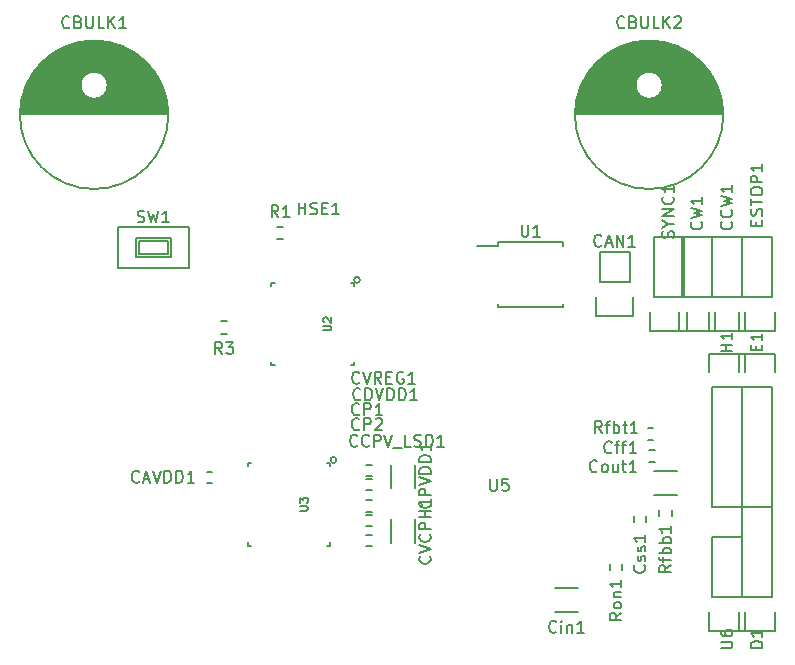
<source format=gbr>
G04 #@! TF.FileFunction,Legend,Top*
%FSLAX46Y46*%
G04 Gerber Fmt 4.6, Leading zero omitted, Abs format (unit mm)*
G04 Created by KiCad (PCBNEW 4.0.1-2.fc23-product) date Fri 08 Jan 2016 07:43:49 PM MST*
%MOMM*%
G01*
G04 APERTURE LIST*
%ADD10C,0.100000*%
%ADD11C,0.150000*%
%ADD12C,0.155000*%
%ADD13C,0.127000*%
G04 APERTURE END LIST*
D10*
D11*
X167353000Y-108200000D02*
X167353000Y-107700000D01*
X166403000Y-107700000D02*
X166403000Y-108200000D01*
X143660000Y-105505000D02*
X144160000Y-105505000D01*
X144160000Y-104555000D02*
X143660000Y-104555000D01*
X130175000Y-104865000D02*
X130675000Y-104865000D01*
X130675000Y-103915000D02*
X130175000Y-103915000D01*
X175510000Y-89150000D02*
X175510000Y-84070000D01*
X175510000Y-84070000D02*
X172970000Y-84070000D01*
X172970000Y-84070000D02*
X172970000Y-89150000D01*
X172690000Y-91970000D02*
X172690000Y-90420000D01*
X172970000Y-89150000D02*
X175510000Y-89150000D01*
X175790000Y-90420000D02*
X175790000Y-91970000D01*
X175790000Y-91970000D02*
X172690000Y-91970000D01*
X144160000Y-106355000D02*
X143660000Y-106355000D01*
X143660000Y-107305000D02*
X144160000Y-107305000D01*
X144160000Y-107555000D02*
X143660000Y-107555000D01*
X143660000Y-108505000D02*
X144160000Y-108505000D01*
X145785000Y-103330000D02*
X145785000Y-105330000D01*
X147835000Y-105330000D02*
X147835000Y-103330000D01*
X145785000Y-107930000D02*
X145785000Y-109930000D01*
X147835000Y-109930000D02*
X147835000Y-107930000D01*
X144160000Y-103355000D02*
X143660000Y-103355000D01*
X143660000Y-104305000D02*
X144160000Y-104305000D01*
X172970000Y-89150000D02*
X172970000Y-84070000D01*
X172970000Y-84070000D02*
X170430000Y-84070000D01*
X170430000Y-84070000D02*
X170430000Y-89150000D01*
X170150000Y-91970000D02*
X170150000Y-90420000D01*
X170430000Y-89150000D02*
X172970000Y-89150000D01*
X173250000Y-90420000D02*
X173250000Y-91970000D01*
X173250000Y-91970000D02*
X170150000Y-91970000D01*
X178050000Y-114550000D02*
X178050000Y-106930000D01*
X175510000Y-114550000D02*
X175510000Y-106930000D01*
X175230000Y-117370000D02*
X175230000Y-115820000D01*
X178050000Y-106930000D02*
X175510000Y-106930000D01*
X175510000Y-114550000D02*
X178050000Y-114550000D01*
X178330000Y-115820000D02*
X178330000Y-117370000D01*
X178330000Y-117370000D02*
X175230000Y-117370000D01*
X178050000Y-89150000D02*
X178050000Y-84070000D01*
X178050000Y-84070000D02*
X175510000Y-84070000D01*
X175510000Y-84070000D02*
X175510000Y-89150000D01*
X175230000Y-91970000D02*
X175230000Y-90420000D01*
X175510000Y-89150000D02*
X178050000Y-89150000D01*
X178330000Y-90420000D02*
X178330000Y-91970000D01*
X178330000Y-91970000D02*
X175230000Y-91970000D01*
X172690000Y-95500000D02*
X172690000Y-93950000D01*
X172690000Y-93950000D02*
X175790000Y-93950000D01*
X175790000Y-93950000D02*
X175790000Y-95500000D01*
X175510000Y-96770000D02*
X175510000Y-106930000D01*
X175510000Y-106930000D02*
X172970000Y-106930000D01*
X172970000Y-106930000D02*
X172970000Y-96770000D01*
X175510000Y-96770000D02*
X172970000Y-96770000D01*
X131410000Y-92235000D02*
X131910000Y-92235000D01*
X131910000Y-91185000D02*
X131410000Y-91185000D01*
X154853000Y-84490000D02*
X154853000Y-84790000D01*
X160353000Y-84490000D02*
X160353000Y-84790000D01*
X160353000Y-90000000D02*
X160353000Y-89700000D01*
X154853000Y-90000000D02*
X154853000Y-89700000D01*
X154853000Y-84490000D02*
X160353000Y-84490000D01*
X154853000Y-90000000D02*
X160353000Y-90000000D01*
X154853000Y-84790000D02*
X153103000Y-84790000D01*
D12*
X143160000Y-87680000D02*
G75*
G03X143160000Y-87680000I-250000J0D01*
G01*
X142660000Y-87930000D02*
X142370000Y-87930000D01*
X142660000Y-87930000D02*
X142660000Y-88220000D01*
X135660000Y-87930000D02*
X135950000Y-87930000D01*
X135660000Y-87930000D02*
X135660000Y-88220000D01*
X142660000Y-94930000D02*
X142660000Y-94640000D01*
X142660000Y-94930000D02*
X142370000Y-94930000D01*
X135660000Y-94930000D02*
X135660000Y-94640000D01*
X135660000Y-94930000D02*
X135950000Y-94930000D01*
X141160000Y-102930000D02*
G75*
G03X141160000Y-102930000I-250000J0D01*
G01*
X140660000Y-103180000D02*
X140370000Y-103180000D01*
X140660000Y-103180000D02*
X140660000Y-103470000D01*
X133660000Y-103180000D02*
X133950000Y-103180000D01*
X133660000Y-103180000D02*
X133660000Y-103470000D01*
X140660000Y-110180000D02*
X140660000Y-109890000D01*
X140660000Y-110180000D02*
X140370000Y-110180000D01*
X133660000Y-110180000D02*
X133660000Y-109890000D01*
X133660000Y-110180000D02*
X133950000Y-110180000D01*
D11*
X163445000Y-87880000D02*
X163445000Y-85340000D01*
X163165000Y-90700000D02*
X163165000Y-89150000D01*
X163445000Y-87880000D02*
X165985000Y-87880000D01*
X166265000Y-89150000D02*
X166265000Y-90700000D01*
X166265000Y-90700000D02*
X163165000Y-90700000D01*
X165985000Y-87880000D02*
X165985000Y-85340000D01*
X165985000Y-85340000D02*
X163445000Y-85340000D01*
X114400000Y-73625000D02*
X126900000Y-73625000D01*
X114404000Y-73485000D02*
X126896000Y-73485000D01*
X114410000Y-73345000D02*
X126890000Y-73345000D01*
X114420000Y-73205000D02*
X126880000Y-73205000D01*
X114432000Y-73065000D02*
X126868000Y-73065000D01*
X114448000Y-72925000D02*
X126852000Y-72925000D01*
X114467000Y-72785000D02*
X126833000Y-72785000D01*
X114490000Y-72645000D02*
X126810000Y-72645000D01*
X114515000Y-72505000D02*
X126785000Y-72505000D01*
X114544000Y-72365000D02*
X126756000Y-72365000D01*
X114577000Y-72225000D02*
X120129000Y-72225000D01*
X121171000Y-72225000D02*
X126723000Y-72225000D01*
X114612000Y-72085000D02*
X119916000Y-72085000D01*
X121384000Y-72085000D02*
X126688000Y-72085000D01*
X114651000Y-71945000D02*
X119774000Y-71945000D01*
X121526000Y-71945000D02*
X126649000Y-71945000D01*
X114694000Y-71805000D02*
X119672000Y-71805000D01*
X121628000Y-71805000D02*
X126606000Y-71805000D01*
X114741000Y-71665000D02*
X119598000Y-71665000D01*
X121702000Y-71665000D02*
X126559000Y-71665000D01*
X114791000Y-71525000D02*
X119547000Y-71525000D01*
X121753000Y-71525000D02*
X126509000Y-71525000D01*
X114845000Y-71385000D02*
X119515000Y-71385000D01*
X121785000Y-71385000D02*
X126455000Y-71385000D01*
X114902000Y-71245000D02*
X119501000Y-71245000D01*
X121799000Y-71245000D02*
X126398000Y-71245000D01*
X114964000Y-71105000D02*
X119504000Y-71105000D01*
X121796000Y-71105000D02*
X126336000Y-71105000D01*
X115030000Y-70965000D02*
X119524000Y-70965000D01*
X121776000Y-70965000D02*
X126270000Y-70965000D01*
X115101000Y-70825000D02*
X119563000Y-70825000D01*
X121737000Y-70825000D02*
X126199000Y-70825000D01*
X115175000Y-70685000D02*
X119622000Y-70685000D01*
X121678000Y-70685000D02*
X126125000Y-70685000D01*
X115255000Y-70545000D02*
X119705000Y-70545000D01*
X121595000Y-70545000D02*
X126045000Y-70545000D01*
X115339000Y-70405000D02*
X119819000Y-70405000D01*
X121481000Y-70405000D02*
X125961000Y-70405000D01*
X115429000Y-70265000D02*
X119980000Y-70265000D01*
X121320000Y-70265000D02*
X125871000Y-70265000D01*
X115523000Y-70125000D02*
X120241000Y-70125000D01*
X121059000Y-70125000D02*
X125777000Y-70125000D01*
X115624000Y-69985000D02*
X125676000Y-69985000D01*
X115731000Y-69845000D02*
X125569000Y-69845000D01*
X115843000Y-69705000D02*
X125457000Y-69705000D01*
X115963000Y-69565000D02*
X125337000Y-69565000D01*
X116091000Y-69425000D02*
X125209000Y-69425000D01*
X116226000Y-69285000D02*
X125074000Y-69285000D01*
X116370000Y-69145000D02*
X124930000Y-69145000D01*
X116525000Y-69005000D02*
X124775000Y-69005000D01*
X116690000Y-68865000D02*
X124610000Y-68865000D01*
X116867000Y-68725000D02*
X124433000Y-68725000D01*
X117058000Y-68585000D02*
X124242000Y-68585000D01*
X117267000Y-68445000D02*
X124033000Y-68445000D01*
X117495000Y-68305000D02*
X123805000Y-68305000D01*
X117747000Y-68165000D02*
X123553000Y-68165000D01*
X118031000Y-68025000D02*
X123269000Y-68025000D01*
X118359000Y-67885000D02*
X122941000Y-67885000D01*
X118753000Y-67745000D02*
X122547000Y-67745000D01*
X119267000Y-67605000D02*
X122033000Y-67605000D01*
X120217000Y-67465000D02*
X121083000Y-67465000D01*
X121800000Y-71200000D02*
G75*
G03X121800000Y-71200000I-1150000J0D01*
G01*
X126937500Y-73700000D02*
G75*
G03X126937500Y-73700000I-6287500J0D01*
G01*
X161390000Y-73625000D02*
X173890000Y-73625000D01*
X161394000Y-73485000D02*
X173886000Y-73485000D01*
X161400000Y-73345000D02*
X173880000Y-73345000D01*
X161410000Y-73205000D02*
X173870000Y-73205000D01*
X161422000Y-73065000D02*
X173858000Y-73065000D01*
X161438000Y-72925000D02*
X173842000Y-72925000D01*
X161457000Y-72785000D02*
X173823000Y-72785000D01*
X161480000Y-72645000D02*
X173800000Y-72645000D01*
X161505000Y-72505000D02*
X173775000Y-72505000D01*
X161534000Y-72365000D02*
X173746000Y-72365000D01*
X161567000Y-72225000D02*
X167119000Y-72225000D01*
X168161000Y-72225000D02*
X173713000Y-72225000D01*
X161602000Y-72085000D02*
X166906000Y-72085000D01*
X168374000Y-72085000D02*
X173678000Y-72085000D01*
X161641000Y-71945000D02*
X166764000Y-71945000D01*
X168516000Y-71945000D02*
X173639000Y-71945000D01*
X161684000Y-71805000D02*
X166662000Y-71805000D01*
X168618000Y-71805000D02*
X173596000Y-71805000D01*
X161731000Y-71665000D02*
X166588000Y-71665000D01*
X168692000Y-71665000D02*
X173549000Y-71665000D01*
X161781000Y-71525000D02*
X166537000Y-71525000D01*
X168743000Y-71525000D02*
X173499000Y-71525000D01*
X161835000Y-71385000D02*
X166505000Y-71385000D01*
X168775000Y-71385000D02*
X173445000Y-71385000D01*
X161892000Y-71245000D02*
X166491000Y-71245000D01*
X168789000Y-71245000D02*
X173388000Y-71245000D01*
X161954000Y-71105000D02*
X166494000Y-71105000D01*
X168786000Y-71105000D02*
X173326000Y-71105000D01*
X162020000Y-70965000D02*
X166514000Y-70965000D01*
X168766000Y-70965000D02*
X173260000Y-70965000D01*
X162091000Y-70825000D02*
X166553000Y-70825000D01*
X168727000Y-70825000D02*
X173189000Y-70825000D01*
X162165000Y-70685000D02*
X166612000Y-70685000D01*
X168668000Y-70685000D02*
X173115000Y-70685000D01*
X162245000Y-70545000D02*
X166695000Y-70545000D01*
X168585000Y-70545000D02*
X173035000Y-70545000D01*
X162329000Y-70405000D02*
X166809000Y-70405000D01*
X168471000Y-70405000D02*
X172951000Y-70405000D01*
X162419000Y-70265000D02*
X166970000Y-70265000D01*
X168310000Y-70265000D02*
X172861000Y-70265000D01*
X162513000Y-70125000D02*
X167231000Y-70125000D01*
X168049000Y-70125000D02*
X172767000Y-70125000D01*
X162614000Y-69985000D02*
X172666000Y-69985000D01*
X162721000Y-69845000D02*
X172559000Y-69845000D01*
X162833000Y-69705000D02*
X172447000Y-69705000D01*
X162953000Y-69565000D02*
X172327000Y-69565000D01*
X163081000Y-69425000D02*
X172199000Y-69425000D01*
X163216000Y-69285000D02*
X172064000Y-69285000D01*
X163360000Y-69145000D02*
X171920000Y-69145000D01*
X163515000Y-69005000D02*
X171765000Y-69005000D01*
X163680000Y-68865000D02*
X171600000Y-68865000D01*
X163857000Y-68725000D02*
X171423000Y-68725000D01*
X164048000Y-68585000D02*
X171232000Y-68585000D01*
X164257000Y-68445000D02*
X171023000Y-68445000D01*
X164485000Y-68305000D02*
X170795000Y-68305000D01*
X164737000Y-68165000D02*
X170543000Y-68165000D01*
X165021000Y-68025000D02*
X170259000Y-68025000D01*
X165349000Y-67885000D02*
X169931000Y-67885000D01*
X165743000Y-67745000D02*
X169537000Y-67745000D01*
X166257000Y-67605000D02*
X169023000Y-67605000D01*
X167207000Y-67465000D02*
X168073000Y-67465000D01*
X168790000Y-71200000D02*
G75*
G03X168790000Y-71200000I-1150000J0D01*
G01*
X173927500Y-73700000D02*
G75*
G03X173927500Y-73700000I-6287500J0D01*
G01*
X143660000Y-110205000D02*
X144160000Y-110205000D01*
X144160000Y-109255000D02*
X143660000Y-109255000D01*
X136660000Y-83185000D02*
X136160000Y-83185000D01*
X136160000Y-84235000D02*
X136660000Y-84235000D01*
X124420110Y-84409780D02*
X126920110Y-84409780D01*
X126920110Y-84409780D02*
X126920110Y-85509780D01*
X126920110Y-85509780D02*
X124420110Y-85509780D01*
X124420110Y-85509780D02*
X124420110Y-84409780D01*
X124170110Y-85759780D02*
X127170110Y-85759780D01*
X124170110Y-84159780D02*
X127170110Y-84159780D01*
X127170110Y-84159780D02*
X127170110Y-85759780D01*
X124170110Y-84159780D02*
X124170110Y-85759780D01*
X122670110Y-86709780D02*
X128670110Y-86709780D01*
X122670110Y-83209780D02*
X128670110Y-83209780D01*
X122670110Y-83209780D02*
X122670110Y-86709780D01*
X128670110Y-83209780D02*
X128670110Y-86709780D01*
X175510000Y-114550000D02*
X175510000Y-109470000D01*
X175510000Y-109470000D02*
X172970000Y-109470000D01*
X172970000Y-109470000D02*
X172970000Y-114550000D01*
X172690000Y-117370000D02*
X172690000Y-115820000D01*
X172970000Y-114550000D02*
X175510000Y-114550000D01*
X175790000Y-115820000D02*
X175790000Y-117370000D01*
X175790000Y-117370000D02*
X172690000Y-117370000D01*
X159651000Y-115829000D02*
X161651000Y-115829000D01*
X161651000Y-113779000D02*
X159651000Y-113779000D01*
X170033000Y-103873000D02*
X168033000Y-103873000D01*
X168033000Y-105923000D02*
X170033000Y-105923000D01*
X169558000Y-107688000D02*
X169558000Y-107188000D01*
X168508000Y-107188000D02*
X168508000Y-107688000D01*
X168013000Y-100182000D02*
X167513000Y-100182000D01*
X167513000Y-101232000D02*
X168013000Y-101232000D01*
X164317000Y-111760000D02*
X164317000Y-112260000D01*
X165367000Y-112260000D02*
X165367000Y-111760000D01*
X170561000Y-89154000D02*
X170561000Y-84074000D01*
X170561000Y-84074000D02*
X168021000Y-84074000D01*
X168021000Y-84074000D02*
X168021000Y-89154000D01*
X167741000Y-91974000D02*
X167741000Y-90424000D01*
X168021000Y-89154000D02*
X170561000Y-89154000D01*
X170841000Y-90424000D02*
X170841000Y-91974000D01*
X170841000Y-91974000D02*
X167741000Y-91974000D01*
X168169400Y-102115600D02*
X167669400Y-102115600D01*
X167669400Y-103065600D02*
X168169400Y-103065600D01*
X175234000Y-95504000D02*
X175234000Y-93954000D01*
X175234000Y-93954000D02*
X178334000Y-93954000D01*
X178334000Y-93954000D02*
X178334000Y-95504000D01*
X178054000Y-96774000D02*
X178054000Y-106934000D01*
X178054000Y-106934000D02*
X175514000Y-106934000D01*
X175514000Y-106934000D02*
X175514000Y-96774000D01*
X178054000Y-96774000D02*
X175514000Y-96774000D01*
X167235143Y-111847190D02*
X167282762Y-111894809D01*
X167330381Y-112037666D01*
X167330381Y-112132904D01*
X167282762Y-112275762D01*
X167187524Y-112371000D01*
X167092286Y-112418619D01*
X166901810Y-112466238D01*
X166758952Y-112466238D01*
X166568476Y-112418619D01*
X166473238Y-112371000D01*
X166378000Y-112275762D01*
X166330381Y-112132904D01*
X166330381Y-112037666D01*
X166378000Y-111894809D01*
X166425619Y-111847190D01*
X167282762Y-111466238D02*
X167330381Y-111371000D01*
X167330381Y-111180524D01*
X167282762Y-111085285D01*
X167187524Y-111037666D01*
X167139905Y-111037666D01*
X167044667Y-111085285D01*
X166997048Y-111180524D01*
X166997048Y-111323381D01*
X166949429Y-111418619D01*
X166854190Y-111466238D01*
X166806571Y-111466238D01*
X166711333Y-111418619D01*
X166663714Y-111323381D01*
X166663714Y-111180524D01*
X166711333Y-111085285D01*
X167282762Y-110656714D02*
X167330381Y-110561476D01*
X167330381Y-110371000D01*
X167282762Y-110275761D01*
X167187524Y-110228142D01*
X167139905Y-110228142D01*
X167044667Y-110275761D01*
X166997048Y-110371000D01*
X166997048Y-110513857D01*
X166949429Y-110609095D01*
X166854190Y-110656714D01*
X166806571Y-110656714D01*
X166711333Y-110609095D01*
X166663714Y-110513857D01*
X166663714Y-110371000D01*
X166711333Y-110275761D01*
X167330381Y-109275761D02*
X167330381Y-109847190D01*
X167330381Y-109561476D02*
X166330381Y-109561476D01*
X166473238Y-109656714D01*
X166568476Y-109751952D01*
X166616095Y-109847190D01*
X143192762Y-97766143D02*
X143145143Y-97813762D01*
X143002286Y-97861381D01*
X142907048Y-97861381D01*
X142764190Y-97813762D01*
X142668952Y-97718524D01*
X142621333Y-97623286D01*
X142573714Y-97432810D01*
X142573714Y-97289952D01*
X142621333Y-97099476D01*
X142668952Y-97004238D01*
X142764190Y-96909000D01*
X142907048Y-96861381D01*
X143002286Y-96861381D01*
X143145143Y-96909000D01*
X143192762Y-96956619D01*
X143621333Y-97861381D02*
X143621333Y-96861381D01*
X143859428Y-96861381D01*
X144002286Y-96909000D01*
X144097524Y-97004238D01*
X144145143Y-97099476D01*
X144192762Y-97289952D01*
X144192762Y-97432810D01*
X144145143Y-97623286D01*
X144097524Y-97718524D01*
X144002286Y-97813762D01*
X143859428Y-97861381D01*
X143621333Y-97861381D01*
X144478476Y-96861381D02*
X144811809Y-97861381D01*
X145145143Y-96861381D01*
X145478476Y-97861381D02*
X145478476Y-96861381D01*
X145716571Y-96861381D01*
X145859429Y-96909000D01*
X145954667Y-97004238D01*
X146002286Y-97099476D01*
X146049905Y-97289952D01*
X146049905Y-97432810D01*
X146002286Y-97623286D01*
X145954667Y-97718524D01*
X145859429Y-97813762D01*
X145716571Y-97861381D01*
X145478476Y-97861381D01*
X146478476Y-97861381D02*
X146478476Y-96861381D01*
X146716571Y-96861381D01*
X146859429Y-96909000D01*
X146954667Y-97004238D01*
X147002286Y-97099476D01*
X147049905Y-97289952D01*
X147049905Y-97432810D01*
X147002286Y-97623286D01*
X146954667Y-97718524D01*
X146859429Y-97813762D01*
X146716571Y-97861381D01*
X146478476Y-97861381D01*
X148002286Y-97861381D02*
X147430857Y-97861381D01*
X147716571Y-97861381D02*
X147716571Y-96861381D01*
X147621333Y-97004238D01*
X147526095Y-97099476D01*
X147430857Y-97147095D01*
X124468191Y-104751143D02*
X124420572Y-104798762D01*
X124277715Y-104846381D01*
X124182477Y-104846381D01*
X124039619Y-104798762D01*
X123944381Y-104703524D01*
X123896762Y-104608286D01*
X123849143Y-104417810D01*
X123849143Y-104274952D01*
X123896762Y-104084476D01*
X123944381Y-103989238D01*
X124039619Y-103894000D01*
X124182477Y-103846381D01*
X124277715Y-103846381D01*
X124420572Y-103894000D01*
X124468191Y-103941619D01*
X124849143Y-104560667D02*
X125325334Y-104560667D01*
X124753905Y-104846381D02*
X125087238Y-103846381D01*
X125420572Y-104846381D01*
X125611048Y-103846381D02*
X125944381Y-104846381D01*
X126277715Y-103846381D01*
X126611048Y-104846381D02*
X126611048Y-103846381D01*
X126849143Y-103846381D01*
X126992001Y-103894000D01*
X127087239Y-103989238D01*
X127134858Y-104084476D01*
X127182477Y-104274952D01*
X127182477Y-104417810D01*
X127134858Y-104608286D01*
X127087239Y-104703524D01*
X126992001Y-104798762D01*
X126849143Y-104846381D01*
X126611048Y-104846381D01*
X127611048Y-104846381D02*
X127611048Y-103846381D01*
X127849143Y-103846381D01*
X127992001Y-103894000D01*
X128087239Y-103989238D01*
X128134858Y-104084476D01*
X128182477Y-104274952D01*
X128182477Y-104417810D01*
X128134858Y-104608286D01*
X128087239Y-104703524D01*
X127992001Y-104798762D01*
X127849143Y-104846381D01*
X127611048Y-104846381D01*
X129134858Y-104846381D02*
X128563429Y-104846381D01*
X128849143Y-104846381D02*
X128849143Y-103846381D01*
X128753905Y-103989238D01*
X128658667Y-104084476D01*
X128563429Y-104132095D01*
X174601143Y-82772095D02*
X174648762Y-82819714D01*
X174696381Y-82962571D01*
X174696381Y-83057809D01*
X174648762Y-83200667D01*
X174553524Y-83295905D01*
X174458286Y-83343524D01*
X174267810Y-83391143D01*
X174124952Y-83391143D01*
X173934476Y-83343524D01*
X173839238Y-83295905D01*
X173744000Y-83200667D01*
X173696381Y-83057809D01*
X173696381Y-82962571D01*
X173744000Y-82819714D01*
X173791619Y-82772095D01*
X174601143Y-81772095D02*
X174648762Y-81819714D01*
X174696381Y-81962571D01*
X174696381Y-82057809D01*
X174648762Y-82200667D01*
X174553524Y-82295905D01*
X174458286Y-82343524D01*
X174267810Y-82391143D01*
X174124952Y-82391143D01*
X173934476Y-82343524D01*
X173839238Y-82295905D01*
X173744000Y-82200667D01*
X173696381Y-82057809D01*
X173696381Y-81962571D01*
X173744000Y-81819714D01*
X173791619Y-81772095D01*
X173696381Y-81438762D02*
X174696381Y-81200667D01*
X173982095Y-81010190D01*
X174696381Y-80819714D01*
X173696381Y-80581619D01*
X174696381Y-79676857D02*
X174696381Y-80248286D01*
X174696381Y-79962572D02*
X173696381Y-79962572D01*
X173839238Y-80057810D01*
X173934476Y-80153048D01*
X173982095Y-80248286D01*
X143097334Y-99036143D02*
X143049715Y-99083762D01*
X142906858Y-99131381D01*
X142811620Y-99131381D01*
X142668762Y-99083762D01*
X142573524Y-98988524D01*
X142525905Y-98893286D01*
X142478286Y-98702810D01*
X142478286Y-98559952D01*
X142525905Y-98369476D01*
X142573524Y-98274238D01*
X142668762Y-98179000D01*
X142811620Y-98131381D01*
X142906858Y-98131381D01*
X143049715Y-98179000D01*
X143097334Y-98226619D01*
X143525905Y-99131381D02*
X143525905Y-98131381D01*
X143906858Y-98131381D01*
X144002096Y-98179000D01*
X144049715Y-98226619D01*
X144097334Y-98321857D01*
X144097334Y-98464714D01*
X144049715Y-98559952D01*
X144002096Y-98607571D01*
X143906858Y-98655190D01*
X143525905Y-98655190D01*
X145049715Y-99131381D02*
X144478286Y-99131381D01*
X144764000Y-99131381D02*
X144764000Y-98131381D01*
X144668762Y-98274238D01*
X144573524Y-98369476D01*
X144478286Y-98417095D01*
X143097334Y-100306143D02*
X143049715Y-100353762D01*
X142906858Y-100401381D01*
X142811620Y-100401381D01*
X142668762Y-100353762D01*
X142573524Y-100258524D01*
X142525905Y-100163286D01*
X142478286Y-99972810D01*
X142478286Y-99829952D01*
X142525905Y-99639476D01*
X142573524Y-99544238D01*
X142668762Y-99449000D01*
X142811620Y-99401381D01*
X142906858Y-99401381D01*
X143049715Y-99449000D01*
X143097334Y-99496619D01*
X143525905Y-100401381D02*
X143525905Y-99401381D01*
X143906858Y-99401381D01*
X144002096Y-99449000D01*
X144049715Y-99496619D01*
X144097334Y-99591857D01*
X144097334Y-99734714D01*
X144049715Y-99829952D01*
X144002096Y-99877571D01*
X143906858Y-99925190D01*
X143525905Y-99925190D01*
X144478286Y-99496619D02*
X144525905Y-99449000D01*
X144621143Y-99401381D01*
X144859239Y-99401381D01*
X144954477Y-99449000D01*
X145002096Y-99496619D01*
X145049715Y-99591857D01*
X145049715Y-99687095D01*
X145002096Y-99829952D01*
X144430667Y-100401381D01*
X145049715Y-100401381D01*
X149074143Y-106362238D02*
X149121762Y-106409857D01*
X149169381Y-106552714D01*
X149169381Y-106647952D01*
X149121762Y-106790810D01*
X149026524Y-106886048D01*
X148931286Y-106933667D01*
X148740810Y-106981286D01*
X148597952Y-106981286D01*
X148407476Y-106933667D01*
X148312238Y-106886048D01*
X148217000Y-106790810D01*
X148169381Y-106647952D01*
X148169381Y-106552714D01*
X148217000Y-106409857D01*
X148264619Y-106362238D01*
X149169381Y-105933667D02*
X148169381Y-105933667D01*
X148169381Y-105552714D01*
X148217000Y-105457476D01*
X148264619Y-105409857D01*
X148359857Y-105362238D01*
X148502714Y-105362238D01*
X148597952Y-105409857D01*
X148645571Y-105457476D01*
X148693190Y-105552714D01*
X148693190Y-105933667D01*
X148169381Y-105076524D02*
X149169381Y-104743191D01*
X148169381Y-104409857D01*
X149169381Y-104076524D02*
X148169381Y-104076524D01*
X148169381Y-103838429D01*
X148217000Y-103695571D01*
X148312238Y-103600333D01*
X148407476Y-103552714D01*
X148597952Y-103505095D01*
X148740810Y-103505095D01*
X148931286Y-103552714D01*
X149026524Y-103600333D01*
X149121762Y-103695571D01*
X149169381Y-103838429D01*
X149169381Y-104076524D01*
X149169381Y-103076524D02*
X148169381Y-103076524D01*
X148169381Y-102838429D01*
X148217000Y-102695571D01*
X148312238Y-102600333D01*
X148407476Y-102552714D01*
X148597952Y-102505095D01*
X148740810Y-102505095D01*
X148931286Y-102552714D01*
X149026524Y-102600333D01*
X149121762Y-102695571D01*
X149169381Y-102838429D01*
X149169381Y-103076524D01*
X149169381Y-101552714D02*
X149169381Y-102124143D01*
X149169381Y-101838429D02*
X148169381Y-101838429D01*
X148312238Y-101933667D01*
X148407476Y-102028905D01*
X148455095Y-102124143D01*
X149074143Y-111085047D02*
X149121762Y-111132666D01*
X149169381Y-111275523D01*
X149169381Y-111370761D01*
X149121762Y-111513619D01*
X149026524Y-111608857D01*
X148931286Y-111656476D01*
X148740810Y-111704095D01*
X148597952Y-111704095D01*
X148407476Y-111656476D01*
X148312238Y-111608857D01*
X148217000Y-111513619D01*
X148169381Y-111370761D01*
X148169381Y-111275523D01*
X148217000Y-111132666D01*
X148264619Y-111085047D01*
X148169381Y-110799333D02*
X149169381Y-110466000D01*
X148169381Y-110132666D01*
X149074143Y-109227904D02*
X149121762Y-109275523D01*
X149169381Y-109418380D01*
X149169381Y-109513618D01*
X149121762Y-109656476D01*
X149026524Y-109751714D01*
X148931286Y-109799333D01*
X148740810Y-109846952D01*
X148597952Y-109846952D01*
X148407476Y-109799333D01*
X148312238Y-109751714D01*
X148217000Y-109656476D01*
X148169381Y-109513618D01*
X148169381Y-109418380D01*
X148217000Y-109275523D01*
X148264619Y-109227904D01*
X149169381Y-108799333D02*
X148169381Y-108799333D01*
X148169381Y-108418380D01*
X148217000Y-108323142D01*
X148264619Y-108275523D01*
X148359857Y-108227904D01*
X148502714Y-108227904D01*
X148597952Y-108275523D01*
X148645571Y-108323142D01*
X148693190Y-108418380D01*
X148693190Y-108799333D01*
X149169381Y-107799333D02*
X148169381Y-107799333D01*
X148645571Y-107799333D02*
X148645571Y-107227904D01*
X149169381Y-107227904D02*
X148169381Y-107227904D01*
X149169381Y-106227904D02*
X149169381Y-106799333D01*
X149169381Y-106513619D02*
X148169381Y-106513619D01*
X148312238Y-106608857D01*
X148407476Y-106704095D01*
X148455095Y-106799333D01*
X143113381Y-96369143D02*
X143065762Y-96416762D01*
X142922905Y-96464381D01*
X142827667Y-96464381D01*
X142684809Y-96416762D01*
X142589571Y-96321524D01*
X142541952Y-96226286D01*
X142494333Y-96035810D01*
X142494333Y-95892952D01*
X142541952Y-95702476D01*
X142589571Y-95607238D01*
X142684809Y-95512000D01*
X142827667Y-95464381D01*
X142922905Y-95464381D01*
X143065762Y-95512000D01*
X143113381Y-95559619D01*
X143399095Y-95464381D02*
X143732428Y-96464381D01*
X144065762Y-95464381D01*
X144970524Y-96464381D02*
X144637190Y-95988190D01*
X144399095Y-96464381D02*
X144399095Y-95464381D01*
X144780048Y-95464381D01*
X144875286Y-95512000D01*
X144922905Y-95559619D01*
X144970524Y-95654857D01*
X144970524Y-95797714D01*
X144922905Y-95892952D01*
X144875286Y-95940571D01*
X144780048Y-95988190D01*
X144399095Y-95988190D01*
X145399095Y-95940571D02*
X145732429Y-95940571D01*
X145875286Y-96464381D02*
X145399095Y-96464381D01*
X145399095Y-95464381D01*
X145875286Y-95464381D01*
X146827667Y-95512000D02*
X146732429Y-95464381D01*
X146589572Y-95464381D01*
X146446714Y-95512000D01*
X146351476Y-95607238D01*
X146303857Y-95702476D01*
X146256238Y-95892952D01*
X146256238Y-96035810D01*
X146303857Y-96226286D01*
X146351476Y-96321524D01*
X146446714Y-96416762D01*
X146589572Y-96464381D01*
X146684810Y-96464381D01*
X146827667Y-96416762D01*
X146875286Y-96369143D01*
X146875286Y-96035810D01*
X146684810Y-96035810D01*
X147827667Y-96464381D02*
X147256238Y-96464381D01*
X147541952Y-96464381D02*
X147541952Y-95464381D01*
X147446714Y-95607238D01*
X147351476Y-95702476D01*
X147256238Y-95750095D01*
X172061143Y-82780095D02*
X172108762Y-82827714D01*
X172156381Y-82970571D01*
X172156381Y-83065809D01*
X172108762Y-83208667D01*
X172013524Y-83303905D01*
X171918286Y-83351524D01*
X171727810Y-83399143D01*
X171584952Y-83399143D01*
X171394476Y-83351524D01*
X171299238Y-83303905D01*
X171204000Y-83208667D01*
X171156381Y-83065809D01*
X171156381Y-82970571D01*
X171204000Y-82827714D01*
X171251619Y-82780095D01*
X171156381Y-82446762D02*
X172156381Y-82208667D01*
X171442095Y-82018190D01*
X172156381Y-81827714D01*
X171156381Y-81589619D01*
X172156381Y-80684857D02*
X172156381Y-81256286D01*
X172156381Y-80970572D02*
X171156381Y-80970572D01*
X171299238Y-81065810D01*
X171394476Y-81161048D01*
X171442095Y-81256286D01*
X177236381Y-118848095D02*
X176236381Y-118848095D01*
X176236381Y-118610000D01*
X176284000Y-118467142D01*
X176379238Y-118371904D01*
X176474476Y-118324285D01*
X176664952Y-118276666D01*
X176807810Y-118276666D01*
X176998286Y-118324285D01*
X177093524Y-118371904D01*
X177188762Y-118467142D01*
X177236381Y-118610000D01*
X177236381Y-118848095D01*
X177236381Y-117324285D02*
X177236381Y-117895714D01*
X177236381Y-117610000D02*
X176236381Y-117610000D01*
X176379238Y-117705238D01*
X176474476Y-117800476D01*
X176522095Y-117895714D01*
X176712571Y-83089429D02*
X176712571Y-82756095D01*
X177236381Y-82613238D02*
X177236381Y-83089429D01*
X176236381Y-83089429D01*
X176236381Y-82613238D01*
X177188762Y-82232286D02*
X177236381Y-82089429D01*
X177236381Y-81851333D01*
X177188762Y-81756095D01*
X177141143Y-81708476D01*
X177045905Y-81660857D01*
X176950667Y-81660857D01*
X176855429Y-81708476D01*
X176807810Y-81756095D01*
X176760190Y-81851333D01*
X176712571Y-82041810D01*
X176664952Y-82137048D01*
X176617333Y-82184667D01*
X176522095Y-82232286D01*
X176426857Y-82232286D01*
X176331619Y-82184667D01*
X176284000Y-82137048D01*
X176236381Y-82041810D01*
X176236381Y-81803714D01*
X176284000Y-81660857D01*
X176236381Y-81375143D02*
X176236381Y-80803714D01*
X177236381Y-81089429D02*
X176236381Y-81089429D01*
X176236381Y-80279905D02*
X176236381Y-80089428D01*
X176284000Y-79994190D01*
X176379238Y-79898952D01*
X176569714Y-79851333D01*
X176903048Y-79851333D01*
X177093524Y-79898952D01*
X177188762Y-79994190D01*
X177236381Y-80089428D01*
X177236381Y-80279905D01*
X177188762Y-80375143D01*
X177093524Y-80470381D01*
X176903048Y-80518000D01*
X176569714Y-80518000D01*
X176379238Y-80470381D01*
X176284000Y-80375143D01*
X176236381Y-80279905D01*
X177236381Y-79422762D02*
X176236381Y-79422762D01*
X176236381Y-79041809D01*
X176284000Y-78946571D01*
X176331619Y-78898952D01*
X176426857Y-78851333D01*
X176569714Y-78851333D01*
X176664952Y-78898952D01*
X176712571Y-78946571D01*
X176760190Y-79041809D01*
X176760190Y-79422762D01*
X177236381Y-77898952D02*
X177236381Y-78470381D01*
X177236381Y-78184667D02*
X176236381Y-78184667D01*
X176379238Y-78279905D01*
X176474476Y-78375143D01*
X176522095Y-78470381D01*
X174696381Y-93725905D02*
X173696381Y-93725905D01*
X174172571Y-93725905D02*
X174172571Y-93154476D01*
X174696381Y-93154476D02*
X173696381Y-93154476D01*
X174696381Y-92154476D02*
X174696381Y-92725905D01*
X174696381Y-92440191D02*
X173696381Y-92440191D01*
X173839238Y-92535429D01*
X173934476Y-92630667D01*
X173982095Y-92725905D01*
X131493334Y-93962381D02*
X131160000Y-93486190D01*
X130921905Y-93962381D02*
X130921905Y-92962381D01*
X131302858Y-92962381D01*
X131398096Y-93010000D01*
X131445715Y-93057619D01*
X131493334Y-93152857D01*
X131493334Y-93295714D01*
X131445715Y-93390952D01*
X131398096Y-93438571D01*
X131302858Y-93486190D01*
X130921905Y-93486190D01*
X131826667Y-92962381D02*
X132445715Y-92962381D01*
X132112381Y-93343333D01*
X132255239Y-93343333D01*
X132350477Y-93390952D01*
X132398096Y-93438571D01*
X132445715Y-93533810D01*
X132445715Y-93771905D01*
X132398096Y-93867143D01*
X132350477Y-93914762D01*
X132255239Y-93962381D01*
X131969524Y-93962381D01*
X131874286Y-93914762D01*
X131826667Y-93867143D01*
X156841095Y-83017381D02*
X156841095Y-83826905D01*
X156888714Y-83922143D01*
X156936333Y-83969762D01*
X157031571Y-84017381D01*
X157222048Y-84017381D01*
X157317286Y-83969762D01*
X157364905Y-83922143D01*
X157412524Y-83826905D01*
X157412524Y-83017381D01*
X158412524Y-84017381D02*
X157841095Y-84017381D01*
X158126809Y-84017381D02*
X158126809Y-83017381D01*
X158031571Y-83160238D01*
X157936333Y-83255476D01*
X157841095Y-83303095D01*
D13*
X140046667Y-91963333D02*
X140613333Y-91963333D01*
X140680000Y-91930000D01*
X140713333Y-91896667D01*
X140746667Y-91830000D01*
X140746667Y-91696667D01*
X140713333Y-91630000D01*
X140680000Y-91596667D01*
X140613333Y-91563333D01*
X140046667Y-91563333D01*
X140113333Y-91263334D02*
X140080000Y-91230000D01*
X140046667Y-91163334D01*
X140046667Y-90996667D01*
X140080000Y-90930000D01*
X140113333Y-90896667D01*
X140180000Y-90863334D01*
X140246667Y-90863334D01*
X140346667Y-90896667D01*
X140746667Y-91296667D01*
X140746667Y-90863334D01*
X138046667Y-107213333D02*
X138613333Y-107213333D01*
X138680000Y-107180000D01*
X138713333Y-107146667D01*
X138746667Y-107080000D01*
X138746667Y-106946667D01*
X138713333Y-106880000D01*
X138680000Y-106846667D01*
X138613333Y-106813333D01*
X138046667Y-106813333D01*
X138046667Y-106546667D02*
X138046667Y-106113334D01*
X138313333Y-106346667D01*
X138313333Y-106246667D01*
X138346667Y-106180000D01*
X138380000Y-106146667D01*
X138446667Y-106113334D01*
X138613333Y-106113334D01*
X138680000Y-106146667D01*
X138713333Y-106180000D01*
X138746667Y-106246667D01*
X138746667Y-106446667D01*
X138713333Y-106513334D01*
X138680000Y-106546667D01*
D11*
X163599953Y-84761343D02*
X163552334Y-84808962D01*
X163409477Y-84856581D01*
X163314239Y-84856581D01*
X163171381Y-84808962D01*
X163076143Y-84713724D01*
X163028524Y-84618486D01*
X162980905Y-84428010D01*
X162980905Y-84285152D01*
X163028524Y-84094676D01*
X163076143Y-83999438D01*
X163171381Y-83904200D01*
X163314239Y-83856581D01*
X163409477Y-83856581D01*
X163552334Y-83904200D01*
X163599953Y-83951819D01*
X163980905Y-84570867D02*
X164457096Y-84570867D01*
X163885667Y-84856581D02*
X164219000Y-83856581D01*
X164552334Y-84856581D01*
X164885667Y-84856581D02*
X164885667Y-83856581D01*
X165457096Y-84856581D01*
X165457096Y-83856581D01*
X166457096Y-84856581D02*
X165885667Y-84856581D01*
X166171381Y-84856581D02*
X166171381Y-83856581D01*
X166076143Y-83999438D01*
X165980905Y-84094676D01*
X165885667Y-84142295D01*
X118554762Y-66270143D02*
X118507143Y-66317762D01*
X118364286Y-66365381D01*
X118269048Y-66365381D01*
X118126190Y-66317762D01*
X118030952Y-66222524D01*
X117983333Y-66127286D01*
X117935714Y-65936810D01*
X117935714Y-65793952D01*
X117983333Y-65603476D01*
X118030952Y-65508238D01*
X118126190Y-65413000D01*
X118269048Y-65365381D01*
X118364286Y-65365381D01*
X118507143Y-65413000D01*
X118554762Y-65460619D01*
X119316667Y-65841571D02*
X119459524Y-65889190D01*
X119507143Y-65936810D01*
X119554762Y-66032048D01*
X119554762Y-66174905D01*
X119507143Y-66270143D01*
X119459524Y-66317762D01*
X119364286Y-66365381D01*
X118983333Y-66365381D01*
X118983333Y-65365381D01*
X119316667Y-65365381D01*
X119411905Y-65413000D01*
X119459524Y-65460619D01*
X119507143Y-65555857D01*
X119507143Y-65651095D01*
X119459524Y-65746333D01*
X119411905Y-65793952D01*
X119316667Y-65841571D01*
X118983333Y-65841571D01*
X119983333Y-65365381D02*
X119983333Y-66174905D01*
X120030952Y-66270143D01*
X120078571Y-66317762D01*
X120173809Y-66365381D01*
X120364286Y-66365381D01*
X120459524Y-66317762D01*
X120507143Y-66270143D01*
X120554762Y-66174905D01*
X120554762Y-65365381D01*
X121507143Y-66365381D02*
X121030952Y-66365381D01*
X121030952Y-65365381D01*
X121840476Y-66365381D02*
X121840476Y-65365381D01*
X122411905Y-66365381D02*
X121983333Y-65793952D01*
X122411905Y-65365381D02*
X121840476Y-65936810D01*
X123364286Y-66365381D02*
X122792857Y-66365381D01*
X123078571Y-66365381D02*
X123078571Y-65365381D01*
X122983333Y-65508238D01*
X122888095Y-65603476D01*
X122792857Y-65651095D01*
X165544762Y-66270143D02*
X165497143Y-66317762D01*
X165354286Y-66365381D01*
X165259048Y-66365381D01*
X165116190Y-66317762D01*
X165020952Y-66222524D01*
X164973333Y-66127286D01*
X164925714Y-65936810D01*
X164925714Y-65793952D01*
X164973333Y-65603476D01*
X165020952Y-65508238D01*
X165116190Y-65413000D01*
X165259048Y-65365381D01*
X165354286Y-65365381D01*
X165497143Y-65413000D01*
X165544762Y-65460619D01*
X166306667Y-65841571D02*
X166449524Y-65889190D01*
X166497143Y-65936810D01*
X166544762Y-66032048D01*
X166544762Y-66174905D01*
X166497143Y-66270143D01*
X166449524Y-66317762D01*
X166354286Y-66365381D01*
X165973333Y-66365381D01*
X165973333Y-65365381D01*
X166306667Y-65365381D01*
X166401905Y-65413000D01*
X166449524Y-65460619D01*
X166497143Y-65555857D01*
X166497143Y-65651095D01*
X166449524Y-65746333D01*
X166401905Y-65793952D01*
X166306667Y-65841571D01*
X165973333Y-65841571D01*
X166973333Y-65365381D02*
X166973333Y-66174905D01*
X167020952Y-66270143D01*
X167068571Y-66317762D01*
X167163809Y-66365381D01*
X167354286Y-66365381D01*
X167449524Y-66317762D01*
X167497143Y-66270143D01*
X167544762Y-66174905D01*
X167544762Y-65365381D01*
X168497143Y-66365381D02*
X168020952Y-66365381D01*
X168020952Y-65365381D01*
X168830476Y-66365381D02*
X168830476Y-65365381D01*
X169401905Y-66365381D02*
X168973333Y-65793952D01*
X169401905Y-65365381D02*
X168830476Y-65936810D01*
X169782857Y-65460619D02*
X169830476Y-65413000D01*
X169925714Y-65365381D01*
X170163810Y-65365381D01*
X170259048Y-65413000D01*
X170306667Y-65460619D01*
X170354286Y-65555857D01*
X170354286Y-65651095D01*
X170306667Y-65793952D01*
X169735238Y-66365381D01*
X170354286Y-66365381D01*
X142946857Y-101703143D02*
X142899238Y-101750762D01*
X142756381Y-101798381D01*
X142661143Y-101798381D01*
X142518285Y-101750762D01*
X142423047Y-101655524D01*
X142375428Y-101560286D01*
X142327809Y-101369810D01*
X142327809Y-101226952D01*
X142375428Y-101036476D01*
X142423047Y-100941238D01*
X142518285Y-100846000D01*
X142661143Y-100798381D01*
X142756381Y-100798381D01*
X142899238Y-100846000D01*
X142946857Y-100893619D01*
X143946857Y-101703143D02*
X143899238Y-101750762D01*
X143756381Y-101798381D01*
X143661143Y-101798381D01*
X143518285Y-101750762D01*
X143423047Y-101655524D01*
X143375428Y-101560286D01*
X143327809Y-101369810D01*
X143327809Y-101226952D01*
X143375428Y-101036476D01*
X143423047Y-100941238D01*
X143518285Y-100846000D01*
X143661143Y-100798381D01*
X143756381Y-100798381D01*
X143899238Y-100846000D01*
X143946857Y-100893619D01*
X144375428Y-101798381D02*
X144375428Y-100798381D01*
X144756381Y-100798381D01*
X144851619Y-100846000D01*
X144899238Y-100893619D01*
X144946857Y-100988857D01*
X144946857Y-101131714D01*
X144899238Y-101226952D01*
X144851619Y-101274571D01*
X144756381Y-101322190D01*
X144375428Y-101322190D01*
X145232571Y-100798381D02*
X145565904Y-101798381D01*
X145899238Y-100798381D01*
X145994476Y-101893619D02*
X146756381Y-101893619D01*
X147470667Y-101798381D02*
X146994476Y-101798381D01*
X146994476Y-100798381D01*
X147756381Y-101750762D02*
X147899238Y-101798381D01*
X148137334Y-101798381D01*
X148232572Y-101750762D01*
X148280191Y-101703143D01*
X148327810Y-101607905D01*
X148327810Y-101512667D01*
X148280191Y-101417429D01*
X148232572Y-101369810D01*
X148137334Y-101322190D01*
X147946857Y-101274571D01*
X147851619Y-101226952D01*
X147804000Y-101179333D01*
X147756381Y-101084095D01*
X147756381Y-100988857D01*
X147804000Y-100893619D01*
X147851619Y-100846000D01*
X147946857Y-100798381D01*
X148184953Y-100798381D01*
X148327810Y-100846000D01*
X148756381Y-101798381D02*
X148756381Y-100798381D01*
X148994476Y-100798381D01*
X149137334Y-100846000D01*
X149232572Y-100941238D01*
X149280191Y-101036476D01*
X149327810Y-101226952D01*
X149327810Y-101369810D01*
X149280191Y-101560286D01*
X149232572Y-101655524D01*
X149137334Y-101750762D01*
X148994476Y-101798381D01*
X148756381Y-101798381D01*
X150280191Y-101798381D02*
X149708762Y-101798381D01*
X149994476Y-101798381D02*
X149994476Y-100798381D01*
X149899238Y-100941238D01*
X149804000Y-101036476D01*
X149708762Y-101084095D01*
X136243334Y-82362381D02*
X135910000Y-81886190D01*
X135671905Y-82362381D02*
X135671905Y-81362381D01*
X136052858Y-81362381D01*
X136148096Y-81410000D01*
X136195715Y-81457619D01*
X136243334Y-81552857D01*
X136243334Y-81695714D01*
X136195715Y-81790952D01*
X136148096Y-81838571D01*
X136052858Y-81886190D01*
X135671905Y-81886190D01*
X137195715Y-82362381D02*
X136624286Y-82362381D01*
X136910000Y-82362381D02*
X136910000Y-81362381D01*
X136814762Y-81505238D01*
X136719524Y-81600476D01*
X136624286Y-81648095D01*
X124336777Y-82764542D02*
X124479634Y-82812161D01*
X124717730Y-82812161D01*
X124812968Y-82764542D01*
X124860587Y-82716923D01*
X124908206Y-82621685D01*
X124908206Y-82526447D01*
X124860587Y-82431209D01*
X124812968Y-82383590D01*
X124717730Y-82335970D01*
X124527253Y-82288351D01*
X124432015Y-82240732D01*
X124384396Y-82193113D01*
X124336777Y-82097875D01*
X124336777Y-82002637D01*
X124384396Y-81907399D01*
X124432015Y-81859780D01*
X124527253Y-81812161D01*
X124765349Y-81812161D01*
X124908206Y-81859780D01*
X125241539Y-81812161D02*
X125479634Y-82812161D01*
X125670111Y-82097875D01*
X125860587Y-82812161D01*
X126098682Y-81812161D01*
X127003444Y-82812161D02*
X126432015Y-82812161D01*
X126717729Y-82812161D02*
X126717729Y-81812161D01*
X126622491Y-81955018D01*
X126527253Y-82050256D01*
X126432015Y-82097875D01*
X137969524Y-82132381D02*
X137969524Y-81132381D01*
X137969524Y-81608571D02*
X138540953Y-81608571D01*
X138540953Y-82132381D02*
X138540953Y-81132381D01*
X138969524Y-82084762D02*
X139112381Y-82132381D01*
X139350477Y-82132381D01*
X139445715Y-82084762D01*
X139493334Y-82037143D01*
X139540953Y-81941905D01*
X139540953Y-81846667D01*
X139493334Y-81751429D01*
X139445715Y-81703810D01*
X139350477Y-81656190D01*
X139160000Y-81608571D01*
X139064762Y-81560952D01*
X139017143Y-81513333D01*
X138969524Y-81418095D01*
X138969524Y-81322857D01*
X139017143Y-81227619D01*
X139064762Y-81180000D01*
X139160000Y-81132381D01*
X139398096Y-81132381D01*
X139540953Y-81180000D01*
X139969524Y-81608571D02*
X140302858Y-81608571D01*
X140445715Y-82132381D02*
X139969524Y-82132381D01*
X139969524Y-81132381D01*
X140445715Y-81132381D01*
X141398096Y-82132381D02*
X140826667Y-82132381D01*
X141112381Y-82132381D02*
X141112381Y-81132381D01*
X141017143Y-81275238D01*
X140921905Y-81370476D01*
X140826667Y-81418095D01*
X173696381Y-118871905D02*
X174505905Y-118871905D01*
X174601143Y-118824286D01*
X174648762Y-118776667D01*
X174696381Y-118681429D01*
X174696381Y-118490952D01*
X174648762Y-118395714D01*
X174601143Y-118348095D01*
X174505905Y-118300476D01*
X173696381Y-118300476D01*
X173696381Y-117395714D02*
X173696381Y-117586191D01*
X173744000Y-117681429D01*
X173791619Y-117729048D01*
X173934476Y-117824286D01*
X174124952Y-117871905D01*
X174505905Y-117871905D01*
X174601143Y-117824286D01*
X174648762Y-117776667D01*
X174696381Y-117681429D01*
X174696381Y-117490952D01*
X174648762Y-117395714D01*
X174601143Y-117348095D01*
X174505905Y-117300476D01*
X174267810Y-117300476D01*
X174172571Y-117348095D01*
X174124952Y-117395714D01*
X174077333Y-117490952D01*
X174077333Y-117681429D01*
X174124952Y-117776667D01*
X174172571Y-117824286D01*
X174267810Y-117871905D01*
X159793858Y-117461143D02*
X159746239Y-117508762D01*
X159603382Y-117556381D01*
X159508144Y-117556381D01*
X159365286Y-117508762D01*
X159270048Y-117413524D01*
X159222429Y-117318286D01*
X159174810Y-117127810D01*
X159174810Y-116984952D01*
X159222429Y-116794476D01*
X159270048Y-116699238D01*
X159365286Y-116604000D01*
X159508144Y-116556381D01*
X159603382Y-116556381D01*
X159746239Y-116604000D01*
X159793858Y-116651619D01*
X160222429Y-117556381D02*
X160222429Y-116889714D01*
X160222429Y-116556381D02*
X160174810Y-116604000D01*
X160222429Y-116651619D01*
X160270048Y-116604000D01*
X160222429Y-116556381D01*
X160222429Y-116651619D01*
X160698619Y-116889714D02*
X160698619Y-117556381D01*
X160698619Y-116984952D02*
X160746238Y-116937333D01*
X160841476Y-116889714D01*
X160984334Y-116889714D01*
X161079572Y-116937333D01*
X161127191Y-117032571D01*
X161127191Y-117556381D01*
X162127191Y-117556381D02*
X161555762Y-117556381D01*
X161841476Y-117556381D02*
X161841476Y-116556381D01*
X161746238Y-116699238D01*
X161651000Y-116794476D01*
X161555762Y-116842095D01*
X163234857Y-103862143D02*
X163187238Y-103909762D01*
X163044381Y-103957381D01*
X162949143Y-103957381D01*
X162806285Y-103909762D01*
X162711047Y-103814524D01*
X162663428Y-103719286D01*
X162615809Y-103528810D01*
X162615809Y-103385952D01*
X162663428Y-103195476D01*
X162711047Y-103100238D01*
X162806285Y-103005000D01*
X162949143Y-102957381D01*
X163044381Y-102957381D01*
X163187238Y-103005000D01*
X163234857Y-103052619D01*
X163806285Y-103957381D02*
X163711047Y-103909762D01*
X163663428Y-103862143D01*
X163615809Y-103766905D01*
X163615809Y-103481190D01*
X163663428Y-103385952D01*
X163711047Y-103338333D01*
X163806285Y-103290714D01*
X163949143Y-103290714D01*
X164044381Y-103338333D01*
X164092000Y-103385952D01*
X164139619Y-103481190D01*
X164139619Y-103766905D01*
X164092000Y-103862143D01*
X164044381Y-103909762D01*
X163949143Y-103957381D01*
X163806285Y-103957381D01*
X164996762Y-103290714D02*
X164996762Y-103957381D01*
X164568190Y-103290714D02*
X164568190Y-103814524D01*
X164615809Y-103909762D01*
X164711047Y-103957381D01*
X164853905Y-103957381D01*
X164949143Y-103909762D01*
X164996762Y-103862143D01*
X165330095Y-103290714D02*
X165711047Y-103290714D01*
X165472952Y-102957381D02*
X165472952Y-103814524D01*
X165520571Y-103909762D01*
X165615809Y-103957381D01*
X165711047Y-103957381D01*
X166568191Y-103957381D02*
X165996762Y-103957381D01*
X166282476Y-103957381D02*
X166282476Y-102957381D01*
X166187238Y-103100238D01*
X166092000Y-103195476D01*
X165996762Y-103243095D01*
X169489381Y-111847143D02*
X169013190Y-112180477D01*
X169489381Y-112418572D02*
X168489381Y-112418572D01*
X168489381Y-112037619D01*
X168537000Y-111942381D01*
X168584619Y-111894762D01*
X168679857Y-111847143D01*
X168822714Y-111847143D01*
X168917952Y-111894762D01*
X168965571Y-111942381D01*
X169013190Y-112037619D01*
X169013190Y-112418572D01*
X168822714Y-111561429D02*
X168822714Y-111180477D01*
X169489381Y-111418572D02*
X168632238Y-111418572D01*
X168537000Y-111370953D01*
X168489381Y-111275715D01*
X168489381Y-111180477D01*
X169489381Y-110847143D02*
X168489381Y-110847143D01*
X168870333Y-110847143D02*
X168822714Y-110751905D01*
X168822714Y-110561428D01*
X168870333Y-110466190D01*
X168917952Y-110418571D01*
X169013190Y-110370952D01*
X169298905Y-110370952D01*
X169394143Y-110418571D01*
X169441762Y-110466190D01*
X169489381Y-110561428D01*
X169489381Y-110751905D01*
X169441762Y-110847143D01*
X169489381Y-109942381D02*
X168489381Y-109942381D01*
X168870333Y-109942381D02*
X168822714Y-109847143D01*
X168822714Y-109656666D01*
X168870333Y-109561428D01*
X168917952Y-109513809D01*
X169013190Y-109466190D01*
X169298905Y-109466190D01*
X169394143Y-109513809D01*
X169441762Y-109561428D01*
X169489381Y-109656666D01*
X169489381Y-109847143D01*
X169441762Y-109942381D01*
X169489381Y-108513809D02*
X169489381Y-109085238D01*
X169489381Y-108799524D02*
X168489381Y-108799524D01*
X168632238Y-108894762D01*
X168727476Y-108990000D01*
X168775095Y-109085238D01*
X163655524Y-100655381D02*
X163322190Y-100179190D01*
X163084095Y-100655381D02*
X163084095Y-99655381D01*
X163465048Y-99655381D01*
X163560286Y-99703000D01*
X163607905Y-99750619D01*
X163655524Y-99845857D01*
X163655524Y-99988714D01*
X163607905Y-100083952D01*
X163560286Y-100131571D01*
X163465048Y-100179190D01*
X163084095Y-100179190D01*
X163941238Y-99988714D02*
X164322190Y-99988714D01*
X164084095Y-100655381D02*
X164084095Y-99798238D01*
X164131714Y-99703000D01*
X164226952Y-99655381D01*
X164322190Y-99655381D01*
X164655524Y-100655381D02*
X164655524Y-99655381D01*
X164655524Y-100036333D02*
X164750762Y-99988714D01*
X164941239Y-99988714D01*
X165036477Y-100036333D01*
X165084096Y-100083952D01*
X165131715Y-100179190D01*
X165131715Y-100464905D01*
X165084096Y-100560143D01*
X165036477Y-100607762D01*
X164941239Y-100655381D01*
X164750762Y-100655381D01*
X164655524Y-100607762D01*
X165417429Y-99988714D02*
X165798381Y-99988714D01*
X165560286Y-99655381D02*
X165560286Y-100512524D01*
X165607905Y-100607762D01*
X165703143Y-100655381D01*
X165798381Y-100655381D01*
X166655525Y-100655381D02*
X166084096Y-100655381D01*
X166369810Y-100655381D02*
X166369810Y-99655381D01*
X166274572Y-99798238D01*
X166179334Y-99893476D01*
X166084096Y-99941095D01*
X165298381Y-115879428D02*
X164822190Y-116212762D01*
X165298381Y-116450857D02*
X164298381Y-116450857D01*
X164298381Y-116069904D01*
X164346000Y-115974666D01*
X164393619Y-115927047D01*
X164488857Y-115879428D01*
X164631714Y-115879428D01*
X164726952Y-115927047D01*
X164774571Y-115974666D01*
X164822190Y-116069904D01*
X164822190Y-116450857D01*
X165298381Y-115308000D02*
X165250762Y-115403238D01*
X165203143Y-115450857D01*
X165107905Y-115498476D01*
X164822190Y-115498476D01*
X164726952Y-115450857D01*
X164679333Y-115403238D01*
X164631714Y-115308000D01*
X164631714Y-115165142D01*
X164679333Y-115069904D01*
X164726952Y-115022285D01*
X164822190Y-114974666D01*
X165107905Y-114974666D01*
X165203143Y-115022285D01*
X165250762Y-115069904D01*
X165298381Y-115165142D01*
X165298381Y-115308000D01*
X164631714Y-114546095D02*
X165298381Y-114546095D01*
X164726952Y-114546095D02*
X164679333Y-114498476D01*
X164631714Y-114403238D01*
X164631714Y-114260380D01*
X164679333Y-114165142D01*
X164774571Y-114117523D01*
X165298381Y-114117523D01*
X165298381Y-113117523D02*
X165298381Y-113688952D01*
X165298381Y-113403238D02*
X164298381Y-113403238D01*
X164441238Y-113498476D01*
X164536476Y-113593714D01*
X164584095Y-113688952D01*
X169695762Y-84129286D02*
X169743381Y-83986429D01*
X169743381Y-83748333D01*
X169695762Y-83653095D01*
X169648143Y-83605476D01*
X169552905Y-83557857D01*
X169457667Y-83557857D01*
X169362429Y-83605476D01*
X169314810Y-83653095D01*
X169267190Y-83748333D01*
X169219571Y-83938810D01*
X169171952Y-84034048D01*
X169124333Y-84081667D01*
X169029095Y-84129286D01*
X168933857Y-84129286D01*
X168838619Y-84081667D01*
X168791000Y-84034048D01*
X168743381Y-83938810D01*
X168743381Y-83700714D01*
X168791000Y-83557857D01*
X169267190Y-82938810D02*
X169743381Y-82938810D01*
X168743381Y-83272143D02*
X169267190Y-82938810D01*
X168743381Y-82605476D01*
X169743381Y-82272143D02*
X168743381Y-82272143D01*
X169743381Y-81700714D01*
X168743381Y-81700714D01*
X169648143Y-80653095D02*
X169695762Y-80700714D01*
X169743381Y-80843571D01*
X169743381Y-80938809D01*
X169695762Y-81081667D01*
X169600524Y-81176905D01*
X169505286Y-81224524D01*
X169314810Y-81272143D01*
X169171952Y-81272143D01*
X168981476Y-81224524D01*
X168886238Y-81176905D01*
X168791000Y-81081667D01*
X168743381Y-80938809D01*
X168743381Y-80843571D01*
X168791000Y-80700714D01*
X168838619Y-80653095D01*
X169743381Y-79700714D02*
X169743381Y-80272143D01*
X169743381Y-79986429D02*
X168743381Y-79986429D01*
X168886238Y-80081667D01*
X168981476Y-80176905D01*
X169029095Y-80272143D01*
X164463505Y-102261943D02*
X164415886Y-102309562D01*
X164273029Y-102357181D01*
X164177791Y-102357181D01*
X164034933Y-102309562D01*
X163939695Y-102214324D01*
X163892076Y-102119086D01*
X163844457Y-101928610D01*
X163844457Y-101785752D01*
X163892076Y-101595276D01*
X163939695Y-101500038D01*
X164034933Y-101404800D01*
X164177791Y-101357181D01*
X164273029Y-101357181D01*
X164415886Y-101404800D01*
X164463505Y-101452419D01*
X164749219Y-101690514D02*
X165130171Y-101690514D01*
X164892076Y-102357181D02*
X164892076Y-101500038D01*
X164939695Y-101404800D01*
X165034933Y-101357181D01*
X165130171Y-101357181D01*
X165320648Y-101690514D02*
X165701600Y-101690514D01*
X165463505Y-102357181D02*
X165463505Y-101500038D01*
X165511124Y-101404800D01*
X165606362Y-101357181D01*
X165701600Y-101357181D01*
X166558744Y-102357181D02*
X165987315Y-102357181D01*
X166273029Y-102357181D02*
X166273029Y-101357181D01*
X166177791Y-101500038D01*
X166082553Y-101595276D01*
X165987315Y-101642895D01*
X176712571Y-93654476D02*
X176712571Y-93321142D01*
X177236381Y-93178285D02*
X177236381Y-93654476D01*
X176236381Y-93654476D01*
X176236381Y-93178285D01*
X177236381Y-92225904D02*
X177236381Y-92797333D01*
X177236381Y-92511619D02*
X176236381Y-92511619D01*
X176379238Y-92606857D01*
X176474476Y-92702095D01*
X176522095Y-92797333D01*
X154174095Y-104540881D02*
X154174095Y-105350405D01*
X154221714Y-105445643D01*
X154269333Y-105493262D01*
X154364571Y-105540881D01*
X154555048Y-105540881D01*
X154650286Y-105493262D01*
X154697905Y-105445643D01*
X154745524Y-105350405D01*
X154745524Y-104540881D01*
X155697905Y-104540881D02*
X155221714Y-104540881D01*
X155174095Y-105017071D01*
X155221714Y-104969452D01*
X155316952Y-104921833D01*
X155555048Y-104921833D01*
X155650286Y-104969452D01*
X155697905Y-105017071D01*
X155745524Y-105112310D01*
X155745524Y-105350405D01*
X155697905Y-105445643D01*
X155650286Y-105493262D01*
X155555048Y-105540881D01*
X155316952Y-105540881D01*
X155221714Y-105493262D01*
X155174095Y-105445643D01*
M02*

</source>
